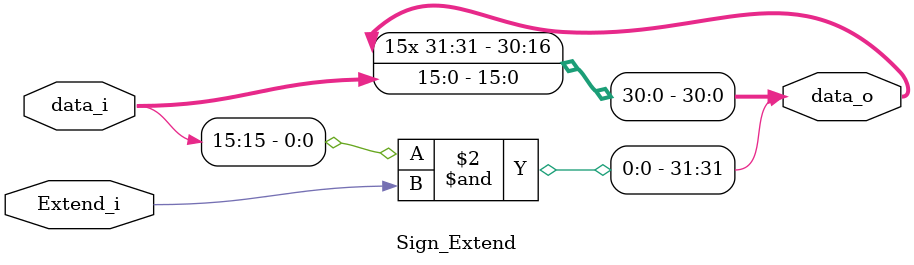
<source format=v>

module Sign_Extend(
    Extend_i,
    data_i,
    data_o
);
               
//I/O ports
input               Extend_i;
input   [16-1:0]    data_i;
output  [32-1:0]    data_o;

//Internal Signals
reg     [32-1:0]    data_o;

//Sign extended
always @(*) begin
    data_o[16-1:0]  = data_i;
    data_o[32-1:16] = {16{data_i[15] & Extend_i}};
end
          
endmodule      
     

</source>
